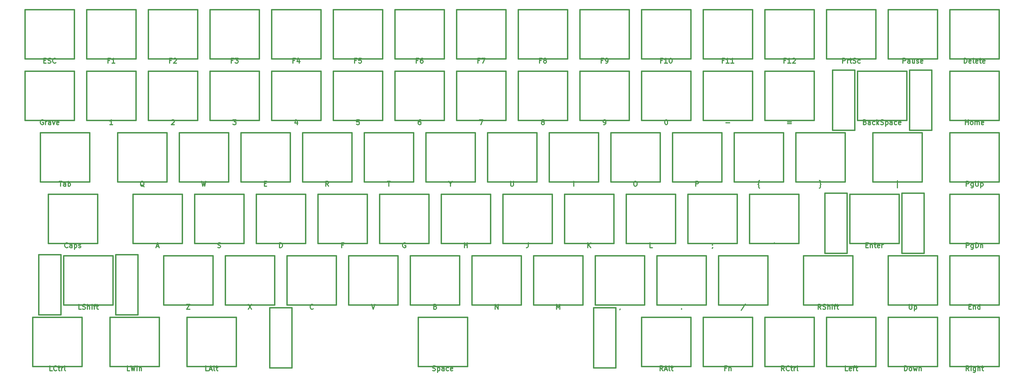
<source format=gbr>
G04 #@! TF.FileFunction,Legend,Top*
%FSLAX46Y46*%
G04 Gerber Fmt 4.6, Leading zero omitted, Abs format (unit mm)*
G04 Created by KiCad (PCBNEW 4.0.1-stable) date 2/13/2016 10:11:50 PM*
%MOMM*%
G01*
G04 APERTURE LIST*
%ADD10C,0.100000*%
%ADD11C,0.381000*%
%ADD12C,0.304800*%
G04 APERTURE END LIST*
D10*
D11*
X7620000Y-7620000D02*
X-7620000Y-7620000D01*
X-7620000Y-7620000D02*
X-7620000Y7620000D01*
X-7620000Y7620000D02*
X7620000Y7620000D01*
X7620000Y7620000D02*
X7620000Y-7620000D01*
X26670000Y-7620000D02*
X11430000Y-7620000D01*
X11430000Y-7620000D02*
X11430000Y7620000D01*
X11430000Y7620000D02*
X26670000Y7620000D01*
X26670000Y7620000D02*
X26670000Y-7620000D01*
X45720000Y-7620000D02*
X30480000Y-7620000D01*
X30480000Y-7620000D02*
X30480000Y7620000D01*
X30480000Y7620000D02*
X45720000Y7620000D01*
X45720000Y7620000D02*
X45720000Y-7620000D01*
X64770000Y-7620000D02*
X49530000Y-7620000D01*
X49530000Y-7620000D02*
X49530000Y7620000D01*
X49530000Y7620000D02*
X64770000Y7620000D01*
X64770000Y7620000D02*
X64770000Y-7620000D01*
X83820000Y-7620000D02*
X68580000Y-7620000D01*
X68580000Y-7620000D02*
X68580000Y7620000D01*
X68580000Y7620000D02*
X83820000Y7620000D01*
X83820000Y7620000D02*
X83820000Y-7620000D01*
X102870000Y-7620000D02*
X87630000Y-7620000D01*
X87630000Y-7620000D02*
X87630000Y7620000D01*
X87630000Y7620000D02*
X102870000Y7620000D01*
X102870000Y7620000D02*
X102870000Y-7620000D01*
X121920000Y-7620000D02*
X106680000Y-7620000D01*
X106680000Y-7620000D02*
X106680000Y7620000D01*
X106680000Y7620000D02*
X121920000Y7620000D01*
X121920000Y7620000D02*
X121920000Y-7620000D01*
X140970000Y-7620000D02*
X125730000Y-7620000D01*
X125730000Y-7620000D02*
X125730000Y7620000D01*
X125730000Y7620000D02*
X140970000Y7620000D01*
X140970000Y7620000D02*
X140970000Y-7620000D01*
X160020000Y-7620000D02*
X144780000Y-7620000D01*
X144780000Y-7620000D02*
X144780000Y7620000D01*
X144780000Y7620000D02*
X160020000Y7620000D01*
X160020000Y7620000D02*
X160020000Y-7620000D01*
X179070000Y-7620000D02*
X163830000Y-7620000D01*
X163830000Y-7620000D02*
X163830000Y7620000D01*
X163830000Y7620000D02*
X179070000Y7620000D01*
X179070000Y7620000D02*
X179070000Y-7620000D01*
X198120000Y-7620000D02*
X182880000Y-7620000D01*
X182880000Y-7620000D02*
X182880000Y7620000D01*
X182880000Y7620000D02*
X198120000Y7620000D01*
X198120000Y7620000D02*
X198120000Y-7620000D01*
X217170000Y-7620000D02*
X201930000Y-7620000D01*
X201930000Y-7620000D02*
X201930000Y7620000D01*
X201930000Y7620000D02*
X217170000Y7620000D01*
X217170000Y7620000D02*
X217170000Y-7620000D01*
X236220000Y-7620000D02*
X220980000Y-7620000D01*
X220980000Y-7620000D02*
X220980000Y7620000D01*
X220980000Y7620000D02*
X236220000Y7620000D01*
X236220000Y7620000D02*
X236220000Y-7620000D01*
X255270000Y-7620000D02*
X240030000Y-7620000D01*
X240030000Y-7620000D02*
X240030000Y7620000D01*
X240030000Y7620000D02*
X255270000Y7620000D01*
X255270000Y7620000D02*
X255270000Y-7620000D01*
X274320000Y-7620000D02*
X259080000Y-7620000D01*
X259080000Y-7620000D02*
X259080000Y7620000D01*
X259080000Y7620000D02*
X274320000Y7620000D01*
X274320000Y7620000D02*
X274320000Y-7620000D01*
X293370000Y-7620000D02*
X278130000Y-7620000D01*
X278130000Y-7620000D02*
X278130000Y7620000D01*
X278130000Y7620000D02*
X293370000Y7620000D01*
X293370000Y7620000D02*
X293370000Y-7620000D01*
X7620000Y-26670000D02*
X-7620000Y-26670000D01*
X-7620000Y-26670000D02*
X-7620000Y-11430000D01*
X-7620000Y-11430000D02*
X7620000Y-11430000D01*
X7620000Y-11430000D02*
X7620000Y-26670000D01*
X26670000Y-26670000D02*
X11430000Y-26670000D01*
X11430000Y-26670000D02*
X11430000Y-11430000D01*
X11430000Y-11430000D02*
X26670000Y-11430000D01*
X26670000Y-11430000D02*
X26670000Y-26670000D01*
X45720000Y-26670000D02*
X30480000Y-26670000D01*
X30480000Y-26670000D02*
X30480000Y-11430000D01*
X30480000Y-11430000D02*
X45720000Y-11430000D01*
X45720000Y-11430000D02*
X45720000Y-26670000D01*
X64770000Y-26670000D02*
X49530000Y-26670000D01*
X49530000Y-26670000D02*
X49530000Y-11430000D01*
X49530000Y-11430000D02*
X64770000Y-11430000D01*
X64770000Y-11430000D02*
X64770000Y-26670000D01*
X83820000Y-26670000D02*
X68580000Y-26670000D01*
X68580000Y-26670000D02*
X68580000Y-11430000D01*
X68580000Y-11430000D02*
X83820000Y-11430000D01*
X83820000Y-11430000D02*
X83820000Y-26670000D01*
X102870000Y-26670000D02*
X87630000Y-26670000D01*
X87630000Y-26670000D02*
X87630000Y-11430000D01*
X87630000Y-11430000D02*
X102870000Y-11430000D01*
X102870000Y-11430000D02*
X102870000Y-26670000D01*
X121920000Y-26670000D02*
X106680000Y-26670000D01*
X106680000Y-26670000D02*
X106680000Y-11430000D01*
X106680000Y-11430000D02*
X121920000Y-11430000D01*
X121920000Y-11430000D02*
X121920000Y-26670000D01*
X140970000Y-26670000D02*
X125730000Y-26670000D01*
X125730000Y-26670000D02*
X125730000Y-11430000D01*
X125730000Y-11430000D02*
X140970000Y-11430000D01*
X140970000Y-11430000D02*
X140970000Y-26670000D01*
X160020000Y-26670000D02*
X144780000Y-26670000D01*
X144780000Y-26670000D02*
X144780000Y-11430000D01*
X144780000Y-11430000D02*
X160020000Y-11430000D01*
X160020000Y-11430000D02*
X160020000Y-26670000D01*
X179070000Y-26670000D02*
X163830000Y-26670000D01*
X163830000Y-26670000D02*
X163830000Y-11430000D01*
X163830000Y-11430000D02*
X179070000Y-11430000D01*
X179070000Y-11430000D02*
X179070000Y-26670000D01*
X198120000Y-26670000D02*
X182880000Y-26670000D01*
X182880000Y-26670000D02*
X182880000Y-11430000D01*
X182880000Y-11430000D02*
X198120000Y-11430000D01*
X198120000Y-11430000D02*
X198120000Y-26670000D01*
X217170000Y-26670000D02*
X201930000Y-26670000D01*
X201930000Y-26670000D02*
X201930000Y-11430000D01*
X201930000Y-11430000D02*
X217170000Y-11430000D01*
X217170000Y-11430000D02*
X217170000Y-26670000D01*
X236220000Y-26670000D02*
X220980000Y-26670000D01*
X220980000Y-26670000D02*
X220980000Y-11430000D01*
X220980000Y-11430000D02*
X236220000Y-11430000D01*
X236220000Y-11430000D02*
X236220000Y-26670000D01*
X264795000Y-26670000D02*
X249555000Y-26670000D01*
X249555000Y-26670000D02*
X249555000Y-11430000D01*
X249555000Y-11430000D02*
X264795000Y-11430000D01*
X264795000Y-11430000D02*
X264795000Y-26670000D01*
X293370000Y-26670000D02*
X278130000Y-26670000D01*
X278130000Y-26670000D02*
X278130000Y-11430000D01*
X278130000Y-11430000D02*
X293370000Y-11430000D01*
X293370000Y-11430000D02*
X293370000Y-26670000D01*
X12382500Y-45720000D02*
X-2857500Y-45720000D01*
X-2857500Y-45720000D02*
X-2857500Y-30480000D01*
X-2857500Y-30480000D02*
X12382500Y-30480000D01*
X12382500Y-30480000D02*
X12382500Y-45720000D01*
X36195000Y-45720000D02*
X20955000Y-45720000D01*
X20955000Y-45720000D02*
X20955000Y-30480000D01*
X20955000Y-30480000D02*
X36195000Y-30480000D01*
X36195000Y-30480000D02*
X36195000Y-45720000D01*
X55245000Y-45720000D02*
X40005000Y-45720000D01*
X40005000Y-45720000D02*
X40005000Y-30480000D01*
X40005000Y-30480000D02*
X55245000Y-30480000D01*
X55245000Y-30480000D02*
X55245000Y-45720000D01*
X74295000Y-45720000D02*
X59055000Y-45720000D01*
X59055000Y-45720000D02*
X59055000Y-30480000D01*
X59055000Y-30480000D02*
X74295000Y-30480000D01*
X74295000Y-30480000D02*
X74295000Y-45720000D01*
X93345000Y-45720000D02*
X78105000Y-45720000D01*
X78105000Y-45720000D02*
X78105000Y-30480000D01*
X78105000Y-30480000D02*
X93345000Y-30480000D01*
X93345000Y-30480000D02*
X93345000Y-45720000D01*
X112395000Y-45720000D02*
X97155000Y-45720000D01*
X97155000Y-45720000D02*
X97155000Y-30480000D01*
X97155000Y-30480000D02*
X112395000Y-30480000D01*
X112395000Y-30480000D02*
X112395000Y-45720000D01*
X131445000Y-45720000D02*
X116205000Y-45720000D01*
X116205000Y-45720000D02*
X116205000Y-30480000D01*
X116205000Y-30480000D02*
X131445000Y-30480000D01*
X131445000Y-30480000D02*
X131445000Y-45720000D01*
X150495000Y-45720000D02*
X135255000Y-45720000D01*
X135255000Y-45720000D02*
X135255000Y-30480000D01*
X135255000Y-30480000D02*
X150495000Y-30480000D01*
X150495000Y-30480000D02*
X150495000Y-45720000D01*
X169545000Y-45720000D02*
X154305000Y-45720000D01*
X154305000Y-45720000D02*
X154305000Y-30480000D01*
X154305000Y-30480000D02*
X169545000Y-30480000D01*
X169545000Y-30480000D02*
X169545000Y-45720000D01*
X188595000Y-45720000D02*
X173355000Y-45720000D01*
X173355000Y-45720000D02*
X173355000Y-30480000D01*
X173355000Y-30480000D02*
X188595000Y-30480000D01*
X188595000Y-30480000D02*
X188595000Y-45720000D01*
X207645000Y-45720000D02*
X192405000Y-45720000D01*
X192405000Y-45720000D02*
X192405000Y-30480000D01*
X192405000Y-30480000D02*
X207645000Y-30480000D01*
X207645000Y-30480000D02*
X207645000Y-45720000D01*
X226695000Y-45720000D02*
X211455000Y-45720000D01*
X211455000Y-45720000D02*
X211455000Y-30480000D01*
X211455000Y-30480000D02*
X226695000Y-30480000D01*
X226695000Y-30480000D02*
X226695000Y-45720000D01*
X245745000Y-45720000D02*
X230505000Y-45720000D01*
X230505000Y-45720000D02*
X230505000Y-30480000D01*
X230505000Y-30480000D02*
X245745000Y-30480000D01*
X245745000Y-30480000D02*
X245745000Y-45720000D01*
X269557500Y-45720000D02*
X254317500Y-45720000D01*
X254317500Y-45720000D02*
X254317500Y-30480000D01*
X254317500Y-30480000D02*
X269557500Y-30480000D01*
X269557500Y-30480000D02*
X269557500Y-45720000D01*
X293370000Y-45720000D02*
X278130000Y-45720000D01*
X278130000Y-45720000D02*
X278130000Y-30480000D01*
X278130000Y-30480000D02*
X293370000Y-30480000D01*
X293370000Y-30480000D02*
X293370000Y-45720000D01*
X14765020Y-64770000D02*
X-474980Y-64770000D01*
X-474980Y-64770000D02*
X-474980Y-49530000D01*
X-474980Y-49530000D02*
X14765020Y-49530000D01*
X14765020Y-49530000D02*
X14765020Y-64770000D01*
X40957500Y-64770000D02*
X25717500Y-64770000D01*
X25717500Y-64770000D02*
X25717500Y-49530000D01*
X25717500Y-49530000D02*
X40957500Y-49530000D01*
X40957500Y-49530000D02*
X40957500Y-64770000D01*
X60007500Y-64770000D02*
X44767500Y-64770000D01*
X44767500Y-64770000D02*
X44767500Y-49530000D01*
X44767500Y-49530000D02*
X60007500Y-49530000D01*
X60007500Y-49530000D02*
X60007500Y-64770000D01*
X79057500Y-64770000D02*
X63817500Y-64770000D01*
X63817500Y-64770000D02*
X63817500Y-49530000D01*
X63817500Y-49530000D02*
X79057500Y-49530000D01*
X79057500Y-49530000D02*
X79057500Y-64770000D01*
X98107500Y-64770000D02*
X82867500Y-64770000D01*
X82867500Y-64770000D02*
X82867500Y-49530000D01*
X82867500Y-49530000D02*
X98107500Y-49530000D01*
X98107500Y-49530000D02*
X98107500Y-64770000D01*
X117157500Y-64770000D02*
X101917500Y-64770000D01*
X101917500Y-64770000D02*
X101917500Y-49530000D01*
X101917500Y-49530000D02*
X117157500Y-49530000D01*
X117157500Y-49530000D02*
X117157500Y-64770000D01*
X136207500Y-64770000D02*
X120967500Y-64770000D01*
X120967500Y-64770000D02*
X120967500Y-49530000D01*
X120967500Y-49530000D02*
X136207500Y-49530000D01*
X136207500Y-49530000D02*
X136207500Y-64770000D01*
X155257500Y-64770000D02*
X140017500Y-64770000D01*
X140017500Y-64770000D02*
X140017500Y-49530000D01*
X140017500Y-49530000D02*
X155257500Y-49530000D01*
X155257500Y-49530000D02*
X155257500Y-64770000D01*
X174307500Y-64770000D02*
X159067500Y-64770000D01*
X159067500Y-64770000D02*
X159067500Y-49530000D01*
X159067500Y-49530000D02*
X174307500Y-49530000D01*
X174307500Y-49530000D02*
X174307500Y-64770000D01*
X193357500Y-64770000D02*
X178117500Y-64770000D01*
X178117500Y-64770000D02*
X178117500Y-49530000D01*
X178117500Y-49530000D02*
X193357500Y-49530000D01*
X193357500Y-49530000D02*
X193357500Y-64770000D01*
X212407500Y-64770000D02*
X197167500Y-64770000D01*
X197167500Y-64770000D02*
X197167500Y-49530000D01*
X197167500Y-49530000D02*
X212407500Y-49530000D01*
X212407500Y-49530000D02*
X212407500Y-64770000D01*
X231457500Y-64770000D02*
X216217500Y-64770000D01*
X216217500Y-64770000D02*
X216217500Y-49530000D01*
X216217500Y-49530000D02*
X231457500Y-49530000D01*
X231457500Y-49530000D02*
X231457500Y-64770000D01*
X262415020Y-64770000D02*
X247175020Y-64770000D01*
X247175020Y-64770000D02*
X247175020Y-49530000D01*
X247175020Y-49530000D02*
X262415020Y-49530000D01*
X262415020Y-49530000D02*
X262415020Y-64770000D01*
X293370000Y-64770000D02*
X278130000Y-64770000D01*
X278130000Y-64770000D02*
X278130000Y-49530000D01*
X278130000Y-49530000D02*
X293370000Y-49530000D01*
X293370000Y-49530000D02*
X293370000Y-64770000D01*
X19526250Y-83820000D02*
X4286250Y-83820000D01*
X4286250Y-83820000D02*
X4286250Y-68580000D01*
X4286250Y-68580000D02*
X19526250Y-68580000D01*
X19526250Y-68580000D02*
X19526250Y-83820000D01*
X50482500Y-83820000D02*
X35242500Y-83820000D01*
X35242500Y-83820000D02*
X35242500Y-68580000D01*
X35242500Y-68580000D02*
X50482500Y-68580000D01*
X50482500Y-68580000D02*
X50482500Y-83820000D01*
X69532500Y-83820000D02*
X54292500Y-83820000D01*
X54292500Y-83820000D02*
X54292500Y-68580000D01*
X54292500Y-68580000D02*
X69532500Y-68580000D01*
X69532500Y-68580000D02*
X69532500Y-83820000D01*
X88582500Y-83820000D02*
X73342500Y-83820000D01*
X73342500Y-83820000D02*
X73342500Y-68580000D01*
X73342500Y-68580000D02*
X88582500Y-68580000D01*
X88582500Y-68580000D02*
X88582500Y-83820000D01*
X107632500Y-83820000D02*
X92392500Y-83820000D01*
X92392500Y-83820000D02*
X92392500Y-68580000D01*
X92392500Y-68580000D02*
X107632500Y-68580000D01*
X107632500Y-68580000D02*
X107632500Y-83820000D01*
X126682500Y-83820000D02*
X111442500Y-83820000D01*
X111442500Y-83820000D02*
X111442500Y-68580000D01*
X111442500Y-68580000D02*
X126682500Y-68580000D01*
X126682500Y-68580000D02*
X126682500Y-83820000D01*
X145732500Y-83820000D02*
X130492500Y-83820000D01*
X130492500Y-83820000D02*
X130492500Y-68580000D01*
X130492500Y-68580000D02*
X145732500Y-68580000D01*
X145732500Y-68580000D02*
X145732500Y-83820000D01*
X164782500Y-83820000D02*
X149542500Y-83820000D01*
X149542500Y-83820000D02*
X149542500Y-68580000D01*
X149542500Y-68580000D02*
X164782500Y-68580000D01*
X164782500Y-68580000D02*
X164782500Y-83820000D01*
X183832500Y-83820000D02*
X168592500Y-83820000D01*
X168592500Y-83820000D02*
X168592500Y-68580000D01*
X168592500Y-68580000D02*
X183832500Y-68580000D01*
X183832500Y-68580000D02*
X183832500Y-83820000D01*
X202882500Y-83820000D02*
X187642500Y-83820000D01*
X187642500Y-83820000D02*
X187642500Y-68580000D01*
X187642500Y-68580000D02*
X202882500Y-68580000D01*
X202882500Y-68580000D02*
X202882500Y-83820000D01*
X221932500Y-83820000D02*
X206692500Y-83820000D01*
X206692500Y-83820000D02*
X206692500Y-68580000D01*
X206692500Y-68580000D02*
X221932500Y-68580000D01*
X221932500Y-68580000D02*
X221932500Y-83820000D01*
X248126250Y-83820000D02*
X232886250Y-83820000D01*
X232886250Y-83820000D02*
X232886250Y-68580000D01*
X232886250Y-68580000D02*
X248126250Y-68580000D01*
X248126250Y-68580000D02*
X248126250Y-83820000D01*
X274320000Y-83820000D02*
X259080000Y-83820000D01*
X259080000Y-83820000D02*
X259080000Y-68580000D01*
X259080000Y-68580000D02*
X274320000Y-68580000D01*
X274320000Y-68580000D02*
X274320000Y-83820000D01*
X293370000Y-83820000D02*
X278130000Y-83820000D01*
X278130000Y-83820000D02*
X278130000Y-68580000D01*
X278130000Y-68580000D02*
X293370000Y-68580000D01*
X293370000Y-68580000D02*
X293370000Y-83820000D01*
X10002520Y-102870000D02*
X-5237480Y-102870000D01*
X-5237480Y-102870000D02*
X-5237480Y-87630000D01*
X-5237480Y-87630000D02*
X10002520Y-87630000D01*
X10002520Y-87630000D02*
X10002520Y-102870000D01*
X33815020Y-102870000D02*
X18575020Y-102870000D01*
X18575020Y-102870000D02*
X18575020Y-87630000D01*
X18575020Y-87630000D02*
X33815020Y-87630000D01*
X33815020Y-87630000D02*
X33815020Y-102870000D01*
X57627520Y-102870000D02*
X42387520Y-102870000D01*
X42387520Y-102870000D02*
X42387520Y-87630000D01*
X42387520Y-87630000D02*
X57627520Y-87630000D01*
X57627520Y-87630000D02*
X57627520Y-102870000D01*
X129065020Y-102870000D02*
X113825020Y-102870000D01*
X113825020Y-102870000D02*
X113825020Y-87630000D01*
X113825020Y-87630000D02*
X129065020Y-87630000D01*
X129065020Y-87630000D02*
X129065020Y-102870000D01*
X198120000Y-102870000D02*
X182880000Y-102870000D01*
X182880000Y-102870000D02*
X182880000Y-87630000D01*
X182880000Y-87630000D02*
X198120000Y-87630000D01*
X198120000Y-87630000D02*
X198120000Y-102870000D01*
X217170000Y-102870000D02*
X201930000Y-102870000D01*
X201930000Y-102870000D02*
X201930000Y-87630000D01*
X201930000Y-87630000D02*
X217170000Y-87630000D01*
X217170000Y-87630000D02*
X217170000Y-102870000D01*
X236220000Y-102870000D02*
X220980000Y-102870000D01*
X220980000Y-102870000D02*
X220980000Y-87630000D01*
X220980000Y-87630000D02*
X236220000Y-87630000D01*
X236220000Y-87630000D02*
X236220000Y-102870000D01*
X255270000Y-102870000D02*
X240030000Y-102870000D01*
X240030000Y-102870000D02*
X240030000Y-87630000D01*
X240030000Y-87630000D02*
X255270000Y-87630000D01*
X255270000Y-87630000D02*
X255270000Y-102870000D01*
X274320000Y-102870000D02*
X259080000Y-102870000D01*
X259080000Y-102870000D02*
X259080000Y-87630000D01*
X259080000Y-87630000D02*
X274320000Y-87630000D01*
X274320000Y-87630000D02*
X274320000Y-102870000D01*
X293370000Y-102870000D02*
X278130000Y-102870000D01*
X278130000Y-102870000D02*
X278130000Y-87630000D01*
X278130000Y-87630000D02*
X293370000Y-87630000D01*
X293370000Y-87630000D02*
X293370000Y-102870000D01*
X248699020Y-29718000D02*
X248699020Y-11049000D01*
X248699020Y-11049000D02*
X241841020Y-11049000D01*
X241841020Y-11049000D02*
X241841020Y-29718000D01*
X241841020Y-29718000D02*
X248699020Y-29718000D01*
X272511520Y-29718000D02*
X272511520Y-11049000D01*
X272511520Y-11049000D02*
X265653520Y-11049000D01*
X265653520Y-11049000D02*
X265653520Y-29718000D01*
X265653520Y-29718000D02*
X272511520Y-29718000D01*
X246317770Y-67818000D02*
X246317770Y-49149000D01*
X246317770Y-49149000D02*
X239459770Y-49149000D01*
X239459770Y-49149000D02*
X239459770Y-67818000D01*
X239459770Y-67818000D02*
X246317770Y-67818000D01*
X270130270Y-67818000D02*
X270130270Y-49149000D01*
X270130270Y-49149000D02*
X263272270Y-49149000D01*
X263272270Y-49149000D02*
X263272270Y-67818000D01*
X263272270Y-67818000D02*
X270130270Y-67818000D01*
X3429000Y-86868000D02*
X3429000Y-68199000D01*
X3429000Y-68199000D02*
X-3429000Y-68199000D01*
X-3429000Y-68199000D02*
X-3429000Y-86868000D01*
X-3429000Y-86868000D02*
X3429000Y-86868000D01*
X27241500Y-86868000D02*
X27241500Y-68199000D01*
X27241500Y-68199000D02*
X20383500Y-68199000D01*
X20383500Y-68199000D02*
X20383500Y-86868000D01*
X20383500Y-86868000D02*
X27241500Y-86868000D01*
X67978020Y-84614258D02*
X67978020Y-103283258D01*
X67978020Y-103283258D02*
X74836020Y-103283258D01*
X74836020Y-103283258D02*
X74836020Y-84614258D01*
X74836020Y-84614258D02*
X67978020Y-84614258D01*
X168054020Y-84614258D02*
X168054020Y-103283258D01*
X168054020Y-103283258D02*
X174912020Y-103283258D01*
X174912020Y-103283258D02*
X174912020Y-84614258D01*
X174912020Y-84614258D02*
X168054020Y-84614258D01*
D12*
X-1814286Y-8146143D02*
X-1306286Y-8146143D01*
X-1088572Y-8944429D02*
X-1814286Y-8944429D01*
X-1814286Y-7420429D01*
X-1088572Y-7420429D01*
X-508000Y-8871857D02*
X-290286Y-8944429D01*
X72571Y-8944429D01*
X217714Y-8871857D01*
X290285Y-8799286D01*
X362857Y-8654143D01*
X362857Y-8509000D01*
X290285Y-8363857D01*
X217714Y-8291286D01*
X72571Y-8218714D01*
X-217715Y-8146143D01*
X-362857Y-8073571D01*
X-435429Y-8001000D01*
X-508000Y-7855857D01*
X-508000Y-7710714D01*
X-435429Y-7565571D01*
X-362857Y-7493000D01*
X-217715Y-7420429D01*
X145143Y-7420429D01*
X362857Y-7493000D01*
X1886857Y-8799286D02*
X1814286Y-8871857D01*
X1596572Y-8944429D01*
X1451429Y-8944429D01*
X1233714Y-8871857D01*
X1088572Y-8726714D01*
X1016000Y-8581571D01*
X943429Y-8291286D01*
X943429Y-8073571D01*
X1016000Y-7783286D01*
X1088572Y-7638143D01*
X1233714Y-7493000D01*
X1451429Y-7420429D01*
X1596572Y-7420429D01*
X1814286Y-7493000D01*
X1886857Y-7565571D01*
X18542000Y-8146143D02*
X18034000Y-8146143D01*
X18034000Y-8944429D02*
X18034000Y-7420429D01*
X18759714Y-7420429D01*
X20138572Y-8944429D02*
X19267715Y-8944429D01*
X19703143Y-8944429D02*
X19703143Y-7420429D01*
X19558000Y-7638143D01*
X19412858Y-7783286D01*
X19267715Y-7855857D01*
X37592000Y-8146143D02*
X37084000Y-8146143D01*
X37084000Y-8944429D02*
X37084000Y-7420429D01*
X37809714Y-7420429D01*
X38317715Y-7565571D02*
X38390286Y-7493000D01*
X38535429Y-7420429D01*
X38898286Y-7420429D01*
X39043429Y-7493000D01*
X39116000Y-7565571D01*
X39188572Y-7710714D01*
X39188572Y-7855857D01*
X39116000Y-8073571D01*
X38245143Y-8944429D01*
X39188572Y-8944429D01*
X56642000Y-8146143D02*
X56134000Y-8146143D01*
X56134000Y-8944429D02*
X56134000Y-7420429D01*
X56859714Y-7420429D01*
X57295143Y-7420429D02*
X58238572Y-7420429D01*
X57730572Y-8001000D01*
X57948286Y-8001000D01*
X58093429Y-8073571D01*
X58166000Y-8146143D01*
X58238572Y-8291286D01*
X58238572Y-8654143D01*
X58166000Y-8799286D01*
X58093429Y-8871857D01*
X57948286Y-8944429D01*
X57512858Y-8944429D01*
X57367715Y-8871857D01*
X57295143Y-8799286D01*
X75692000Y-8146143D02*
X75184000Y-8146143D01*
X75184000Y-8944429D02*
X75184000Y-7420429D01*
X75909714Y-7420429D01*
X77143429Y-7928429D02*
X77143429Y-8944429D01*
X76780572Y-7347857D02*
X76417715Y-8436429D01*
X77361143Y-8436429D01*
X94742000Y-8146143D02*
X94234000Y-8146143D01*
X94234000Y-8944429D02*
X94234000Y-7420429D01*
X94959714Y-7420429D01*
X96266000Y-7420429D02*
X95540286Y-7420429D01*
X95467715Y-8146143D01*
X95540286Y-8073571D01*
X95685429Y-8001000D01*
X96048286Y-8001000D01*
X96193429Y-8073571D01*
X96266000Y-8146143D01*
X96338572Y-8291286D01*
X96338572Y-8654143D01*
X96266000Y-8799286D01*
X96193429Y-8871857D01*
X96048286Y-8944429D01*
X95685429Y-8944429D01*
X95540286Y-8871857D01*
X95467715Y-8799286D01*
X113792000Y-8146143D02*
X113284000Y-8146143D01*
X113284000Y-8944429D02*
X113284000Y-7420429D01*
X114009714Y-7420429D01*
X115243429Y-7420429D02*
X114953143Y-7420429D01*
X114808000Y-7493000D01*
X114735429Y-7565571D01*
X114590286Y-7783286D01*
X114517715Y-8073571D01*
X114517715Y-8654143D01*
X114590286Y-8799286D01*
X114662858Y-8871857D01*
X114808000Y-8944429D01*
X115098286Y-8944429D01*
X115243429Y-8871857D01*
X115316000Y-8799286D01*
X115388572Y-8654143D01*
X115388572Y-8291286D01*
X115316000Y-8146143D01*
X115243429Y-8073571D01*
X115098286Y-8001000D01*
X114808000Y-8001000D01*
X114662858Y-8073571D01*
X114590286Y-8146143D01*
X114517715Y-8291286D01*
X132842000Y-8146143D02*
X132334000Y-8146143D01*
X132334000Y-8944429D02*
X132334000Y-7420429D01*
X133059714Y-7420429D01*
X133495143Y-7420429D02*
X134511143Y-7420429D01*
X133858000Y-8944429D01*
X151892000Y-8146143D02*
X151384000Y-8146143D01*
X151384000Y-8944429D02*
X151384000Y-7420429D01*
X152109714Y-7420429D01*
X152908000Y-8073571D02*
X152762858Y-8001000D01*
X152690286Y-7928429D01*
X152617715Y-7783286D01*
X152617715Y-7710714D01*
X152690286Y-7565571D01*
X152762858Y-7493000D01*
X152908000Y-7420429D01*
X153198286Y-7420429D01*
X153343429Y-7493000D01*
X153416000Y-7565571D01*
X153488572Y-7710714D01*
X153488572Y-7783286D01*
X153416000Y-7928429D01*
X153343429Y-8001000D01*
X153198286Y-8073571D01*
X152908000Y-8073571D01*
X152762858Y-8146143D01*
X152690286Y-8218714D01*
X152617715Y-8363857D01*
X152617715Y-8654143D01*
X152690286Y-8799286D01*
X152762858Y-8871857D01*
X152908000Y-8944429D01*
X153198286Y-8944429D01*
X153343429Y-8871857D01*
X153416000Y-8799286D01*
X153488572Y-8654143D01*
X153488572Y-8363857D01*
X153416000Y-8218714D01*
X153343429Y-8146143D01*
X153198286Y-8073571D01*
X170942000Y-8146143D02*
X170434000Y-8146143D01*
X170434000Y-8944429D02*
X170434000Y-7420429D01*
X171159714Y-7420429D01*
X171812858Y-8944429D02*
X172103143Y-8944429D01*
X172248286Y-8871857D01*
X172320858Y-8799286D01*
X172466000Y-8581571D01*
X172538572Y-8291286D01*
X172538572Y-7710714D01*
X172466000Y-7565571D01*
X172393429Y-7493000D01*
X172248286Y-7420429D01*
X171958000Y-7420429D01*
X171812858Y-7493000D01*
X171740286Y-7565571D01*
X171667715Y-7710714D01*
X171667715Y-8073571D01*
X171740286Y-8218714D01*
X171812858Y-8291286D01*
X171958000Y-8363857D01*
X172248286Y-8363857D01*
X172393429Y-8291286D01*
X172466000Y-8218714D01*
X172538572Y-8073571D01*
X189266285Y-8146143D02*
X188758285Y-8146143D01*
X188758285Y-8944429D02*
X188758285Y-7420429D01*
X189483999Y-7420429D01*
X190862857Y-8944429D02*
X189992000Y-8944429D01*
X190427428Y-8944429D02*
X190427428Y-7420429D01*
X190282285Y-7638143D01*
X190137143Y-7783286D01*
X189992000Y-7855857D01*
X191806286Y-7420429D02*
X191951429Y-7420429D01*
X192096572Y-7493000D01*
X192169143Y-7565571D01*
X192241714Y-7710714D01*
X192314286Y-8001000D01*
X192314286Y-8363857D01*
X192241714Y-8654143D01*
X192169143Y-8799286D01*
X192096572Y-8871857D01*
X191951429Y-8944429D01*
X191806286Y-8944429D01*
X191661143Y-8871857D01*
X191588572Y-8799286D01*
X191516000Y-8654143D01*
X191443429Y-8363857D01*
X191443429Y-8001000D01*
X191516000Y-7710714D01*
X191588572Y-7565571D01*
X191661143Y-7493000D01*
X191806286Y-7420429D01*
X208316285Y-8146143D02*
X207808285Y-8146143D01*
X207808285Y-8944429D02*
X207808285Y-7420429D01*
X208533999Y-7420429D01*
X209912857Y-8944429D02*
X209042000Y-8944429D01*
X209477428Y-8944429D02*
X209477428Y-7420429D01*
X209332285Y-7638143D01*
X209187143Y-7783286D01*
X209042000Y-7855857D01*
X211364286Y-8944429D02*
X210493429Y-8944429D01*
X210928857Y-8944429D02*
X210928857Y-7420429D01*
X210783714Y-7638143D01*
X210638572Y-7783286D01*
X210493429Y-7855857D01*
X227366285Y-8146143D02*
X226858285Y-8146143D01*
X226858285Y-8944429D02*
X226858285Y-7420429D01*
X227583999Y-7420429D01*
X228962857Y-8944429D02*
X228092000Y-8944429D01*
X228527428Y-8944429D02*
X228527428Y-7420429D01*
X228382285Y-7638143D01*
X228237143Y-7783286D01*
X228092000Y-7855857D01*
X229543429Y-7565571D02*
X229616000Y-7493000D01*
X229761143Y-7420429D01*
X230124000Y-7420429D01*
X230269143Y-7493000D01*
X230341714Y-7565571D01*
X230414286Y-7710714D01*
X230414286Y-7855857D01*
X230341714Y-8073571D01*
X229470857Y-8944429D01*
X230414286Y-8944429D01*
X244964857Y-8944429D02*
X244964857Y-7420429D01*
X245545429Y-7420429D01*
X245690571Y-7493000D01*
X245763143Y-7565571D01*
X245835714Y-7710714D01*
X245835714Y-7928429D01*
X245763143Y-8073571D01*
X245690571Y-8146143D01*
X245545429Y-8218714D01*
X244964857Y-8218714D01*
X246488857Y-8944429D02*
X246488857Y-7928429D01*
X246488857Y-8218714D02*
X246561429Y-8073571D01*
X246634000Y-8001000D01*
X246779143Y-7928429D01*
X246924286Y-7928429D01*
X247214572Y-7928429D02*
X247795143Y-7928429D01*
X247432286Y-7420429D02*
X247432286Y-8726714D01*
X247504858Y-8871857D01*
X247650000Y-8944429D01*
X247795143Y-8944429D01*
X248230572Y-8871857D02*
X248448286Y-8944429D01*
X248811143Y-8944429D01*
X248956286Y-8871857D01*
X249028857Y-8799286D01*
X249101429Y-8654143D01*
X249101429Y-8509000D01*
X249028857Y-8363857D01*
X248956286Y-8291286D01*
X248811143Y-8218714D01*
X248520857Y-8146143D01*
X248375715Y-8073571D01*
X248303143Y-8001000D01*
X248230572Y-7855857D01*
X248230572Y-7710714D01*
X248303143Y-7565571D01*
X248375715Y-7493000D01*
X248520857Y-7420429D01*
X248883715Y-7420429D01*
X249101429Y-7493000D01*
X250407715Y-8871857D02*
X250262572Y-8944429D01*
X249972286Y-8944429D01*
X249827144Y-8871857D01*
X249754572Y-8799286D01*
X249682001Y-8654143D01*
X249682001Y-8218714D01*
X249754572Y-8073571D01*
X249827144Y-8001000D01*
X249972286Y-7928429D01*
X250262572Y-7928429D01*
X250407715Y-8001000D01*
X263652000Y-8944429D02*
X263652000Y-7420429D01*
X264232572Y-7420429D01*
X264377714Y-7493000D01*
X264450286Y-7565571D01*
X264522857Y-7710714D01*
X264522857Y-7928429D01*
X264450286Y-8073571D01*
X264377714Y-8146143D01*
X264232572Y-8218714D01*
X263652000Y-8218714D01*
X265829143Y-8944429D02*
X265829143Y-8146143D01*
X265756572Y-8001000D01*
X265611429Y-7928429D01*
X265321143Y-7928429D01*
X265176000Y-8001000D01*
X265829143Y-8871857D02*
X265684000Y-8944429D01*
X265321143Y-8944429D01*
X265176000Y-8871857D01*
X265103429Y-8726714D01*
X265103429Y-8581571D01*
X265176000Y-8436429D01*
X265321143Y-8363857D01*
X265684000Y-8363857D01*
X265829143Y-8291286D01*
X267208000Y-7928429D02*
X267208000Y-8944429D01*
X266554857Y-7928429D02*
X266554857Y-8726714D01*
X266627429Y-8871857D01*
X266772571Y-8944429D01*
X266990286Y-8944429D01*
X267135429Y-8871857D01*
X267208000Y-8799286D01*
X267861143Y-8871857D02*
X268006286Y-8944429D01*
X268296571Y-8944429D01*
X268441714Y-8871857D01*
X268514286Y-8726714D01*
X268514286Y-8654143D01*
X268441714Y-8509000D01*
X268296571Y-8436429D01*
X268078857Y-8436429D01*
X267933714Y-8363857D01*
X267861143Y-8218714D01*
X267861143Y-8146143D01*
X267933714Y-8001000D01*
X268078857Y-7928429D01*
X268296571Y-7928429D01*
X268441714Y-8001000D01*
X269748000Y-8871857D02*
X269602857Y-8944429D01*
X269312571Y-8944429D01*
X269167428Y-8871857D01*
X269094857Y-8726714D01*
X269094857Y-8146143D01*
X269167428Y-8001000D01*
X269312571Y-7928429D01*
X269602857Y-7928429D01*
X269748000Y-8001000D01*
X269820571Y-8146143D01*
X269820571Y-8291286D01*
X269094857Y-8436429D01*
X282556857Y-8944429D02*
X282556857Y-7420429D01*
X282919714Y-7420429D01*
X283137429Y-7493000D01*
X283282571Y-7638143D01*
X283355143Y-7783286D01*
X283427714Y-8073571D01*
X283427714Y-8291286D01*
X283355143Y-8581571D01*
X283282571Y-8726714D01*
X283137429Y-8871857D01*
X282919714Y-8944429D01*
X282556857Y-8944429D01*
X284661429Y-8871857D02*
X284516286Y-8944429D01*
X284226000Y-8944429D01*
X284080857Y-8871857D01*
X284008286Y-8726714D01*
X284008286Y-8146143D01*
X284080857Y-8001000D01*
X284226000Y-7928429D01*
X284516286Y-7928429D01*
X284661429Y-8001000D01*
X284734000Y-8146143D01*
X284734000Y-8291286D01*
X284008286Y-8436429D01*
X285604857Y-8944429D02*
X285459715Y-8871857D01*
X285387143Y-8726714D01*
X285387143Y-7420429D01*
X286766001Y-8871857D02*
X286620858Y-8944429D01*
X286330572Y-8944429D01*
X286185429Y-8871857D01*
X286112858Y-8726714D01*
X286112858Y-8146143D01*
X286185429Y-8001000D01*
X286330572Y-7928429D01*
X286620858Y-7928429D01*
X286766001Y-8001000D01*
X286838572Y-8146143D01*
X286838572Y-8291286D01*
X286112858Y-8436429D01*
X287274001Y-7928429D02*
X287854572Y-7928429D01*
X287491715Y-7420429D02*
X287491715Y-8726714D01*
X287564287Y-8871857D01*
X287709429Y-8944429D01*
X287854572Y-8944429D01*
X288943144Y-8871857D02*
X288798001Y-8944429D01*
X288507715Y-8944429D01*
X288362572Y-8871857D01*
X288290001Y-8726714D01*
X288290001Y-8146143D01*
X288362572Y-8001000D01*
X288507715Y-7928429D01*
X288798001Y-7928429D01*
X288943144Y-8001000D01*
X289015715Y-8146143D01*
X289015715Y-8291286D01*
X288290001Y-8436429D01*
X-1995714Y-26543000D02*
X-2140857Y-26470429D01*
X-2358571Y-26470429D01*
X-2576286Y-26543000D01*
X-2721428Y-26688143D01*
X-2794000Y-26833286D01*
X-2866571Y-27123571D01*
X-2866571Y-27341286D01*
X-2794000Y-27631571D01*
X-2721428Y-27776714D01*
X-2576286Y-27921857D01*
X-2358571Y-27994429D01*
X-2213428Y-27994429D01*
X-1995714Y-27921857D01*
X-1923143Y-27849286D01*
X-1923143Y-27341286D01*
X-2213428Y-27341286D01*
X-1270000Y-27994429D02*
X-1270000Y-26978429D01*
X-1270000Y-27268714D02*
X-1197428Y-27123571D01*
X-1124857Y-27051000D01*
X-979714Y-26978429D01*
X-834571Y-26978429D01*
X326572Y-27994429D02*
X326572Y-27196143D01*
X254001Y-27051000D01*
X108858Y-26978429D01*
X-181428Y-26978429D01*
X-326571Y-27051000D01*
X326572Y-27921857D02*
X181429Y-27994429D01*
X-181428Y-27994429D01*
X-326571Y-27921857D01*
X-399142Y-27776714D01*
X-399142Y-27631571D01*
X-326571Y-27486429D01*
X-181428Y-27413857D01*
X181429Y-27413857D01*
X326572Y-27341286D01*
X907143Y-26978429D02*
X1270000Y-27994429D01*
X1632858Y-26978429D01*
X2794001Y-27921857D02*
X2648858Y-27994429D01*
X2358572Y-27994429D01*
X2213429Y-27921857D01*
X2140858Y-27776714D01*
X2140858Y-27196143D01*
X2213429Y-27051000D01*
X2358572Y-26978429D01*
X2648858Y-26978429D01*
X2794001Y-27051000D01*
X2866572Y-27196143D01*
X2866572Y-27341286D01*
X2140858Y-27486429D01*
X19485429Y-27994429D02*
X18614572Y-27994429D01*
X19050000Y-27994429D02*
X19050000Y-26470429D01*
X18904857Y-26688143D01*
X18759715Y-26833286D01*
X18614572Y-26905857D01*
X37664572Y-26615571D02*
X37737143Y-26543000D01*
X37882286Y-26470429D01*
X38245143Y-26470429D01*
X38390286Y-26543000D01*
X38462857Y-26615571D01*
X38535429Y-26760714D01*
X38535429Y-26905857D01*
X38462857Y-27123571D01*
X37592000Y-27994429D01*
X38535429Y-27994429D01*
X56642000Y-26470429D02*
X57585429Y-26470429D01*
X57077429Y-27051000D01*
X57295143Y-27051000D01*
X57440286Y-27123571D01*
X57512857Y-27196143D01*
X57585429Y-27341286D01*
X57585429Y-27704143D01*
X57512857Y-27849286D01*
X57440286Y-27921857D01*
X57295143Y-27994429D01*
X56859715Y-27994429D01*
X56714572Y-27921857D01*
X56642000Y-27849286D01*
X76490286Y-26978429D02*
X76490286Y-27994429D01*
X76127429Y-26397857D02*
X75764572Y-27486429D01*
X76708000Y-27486429D01*
X95612857Y-26470429D02*
X94887143Y-26470429D01*
X94814572Y-27196143D01*
X94887143Y-27123571D01*
X95032286Y-27051000D01*
X95395143Y-27051000D01*
X95540286Y-27123571D01*
X95612857Y-27196143D01*
X95685429Y-27341286D01*
X95685429Y-27704143D01*
X95612857Y-27849286D01*
X95540286Y-27921857D01*
X95395143Y-27994429D01*
X95032286Y-27994429D01*
X94887143Y-27921857D01*
X94814572Y-27849286D01*
X114590286Y-26470429D02*
X114300000Y-26470429D01*
X114154857Y-26543000D01*
X114082286Y-26615571D01*
X113937143Y-26833286D01*
X113864572Y-27123571D01*
X113864572Y-27704143D01*
X113937143Y-27849286D01*
X114009715Y-27921857D01*
X114154857Y-27994429D01*
X114445143Y-27994429D01*
X114590286Y-27921857D01*
X114662857Y-27849286D01*
X114735429Y-27704143D01*
X114735429Y-27341286D01*
X114662857Y-27196143D01*
X114590286Y-27123571D01*
X114445143Y-27051000D01*
X114154857Y-27051000D01*
X114009715Y-27123571D01*
X113937143Y-27196143D01*
X113864572Y-27341286D01*
X132842000Y-26470429D02*
X133858000Y-26470429D01*
X133204857Y-27994429D01*
X152254857Y-27123571D02*
X152109715Y-27051000D01*
X152037143Y-26978429D01*
X151964572Y-26833286D01*
X151964572Y-26760714D01*
X152037143Y-26615571D01*
X152109715Y-26543000D01*
X152254857Y-26470429D01*
X152545143Y-26470429D01*
X152690286Y-26543000D01*
X152762857Y-26615571D01*
X152835429Y-26760714D01*
X152835429Y-26833286D01*
X152762857Y-26978429D01*
X152690286Y-27051000D01*
X152545143Y-27123571D01*
X152254857Y-27123571D01*
X152109715Y-27196143D01*
X152037143Y-27268714D01*
X151964572Y-27413857D01*
X151964572Y-27704143D01*
X152037143Y-27849286D01*
X152109715Y-27921857D01*
X152254857Y-27994429D01*
X152545143Y-27994429D01*
X152690286Y-27921857D01*
X152762857Y-27849286D01*
X152835429Y-27704143D01*
X152835429Y-27413857D01*
X152762857Y-27268714D01*
X152690286Y-27196143D01*
X152545143Y-27123571D01*
X171159715Y-27994429D02*
X171450000Y-27994429D01*
X171595143Y-27921857D01*
X171667715Y-27849286D01*
X171812857Y-27631571D01*
X171885429Y-27341286D01*
X171885429Y-26760714D01*
X171812857Y-26615571D01*
X171740286Y-26543000D01*
X171595143Y-26470429D01*
X171304857Y-26470429D01*
X171159715Y-26543000D01*
X171087143Y-26615571D01*
X171014572Y-26760714D01*
X171014572Y-27123571D01*
X171087143Y-27268714D01*
X171159715Y-27341286D01*
X171304857Y-27413857D01*
X171595143Y-27413857D01*
X171740286Y-27341286D01*
X171812857Y-27268714D01*
X171885429Y-27123571D01*
X190427429Y-26470429D02*
X190572572Y-26470429D01*
X190717715Y-26543000D01*
X190790286Y-26615571D01*
X190862857Y-26760714D01*
X190935429Y-27051000D01*
X190935429Y-27413857D01*
X190862857Y-27704143D01*
X190790286Y-27849286D01*
X190717715Y-27921857D01*
X190572572Y-27994429D01*
X190427429Y-27994429D01*
X190282286Y-27921857D01*
X190209715Y-27849286D01*
X190137143Y-27704143D01*
X190064572Y-27413857D01*
X190064572Y-27051000D01*
X190137143Y-26760714D01*
X190209715Y-26615571D01*
X190282286Y-26543000D01*
X190427429Y-26470429D01*
X208969429Y-27413857D02*
X210130572Y-27413857D01*
X228019429Y-27196143D02*
X229180572Y-27196143D01*
X229180572Y-27631571D02*
X228019429Y-27631571D01*
X251913571Y-27196143D02*
X252131285Y-27268714D01*
X252203857Y-27341286D01*
X252276428Y-27486429D01*
X252276428Y-27704143D01*
X252203857Y-27849286D01*
X252131285Y-27921857D01*
X251986143Y-27994429D01*
X251405571Y-27994429D01*
X251405571Y-26470429D01*
X251913571Y-26470429D01*
X252058714Y-26543000D01*
X252131285Y-26615571D01*
X252203857Y-26760714D01*
X252203857Y-26905857D01*
X252131285Y-27051000D01*
X252058714Y-27123571D01*
X251913571Y-27196143D01*
X251405571Y-27196143D01*
X253582714Y-27994429D02*
X253582714Y-27196143D01*
X253510143Y-27051000D01*
X253365000Y-26978429D01*
X253074714Y-26978429D01*
X252929571Y-27051000D01*
X253582714Y-27921857D02*
X253437571Y-27994429D01*
X253074714Y-27994429D01*
X252929571Y-27921857D01*
X252857000Y-27776714D01*
X252857000Y-27631571D01*
X252929571Y-27486429D01*
X253074714Y-27413857D01*
X253437571Y-27413857D01*
X253582714Y-27341286D01*
X254961571Y-27921857D02*
X254816428Y-27994429D01*
X254526142Y-27994429D01*
X254381000Y-27921857D01*
X254308428Y-27849286D01*
X254235857Y-27704143D01*
X254235857Y-27268714D01*
X254308428Y-27123571D01*
X254381000Y-27051000D01*
X254526142Y-26978429D01*
X254816428Y-26978429D01*
X254961571Y-27051000D01*
X255614714Y-27994429D02*
X255614714Y-26470429D01*
X255759857Y-27413857D02*
X256195286Y-27994429D01*
X256195286Y-26978429D02*
X255614714Y-27559000D01*
X256775857Y-27921857D02*
X256993571Y-27994429D01*
X257356428Y-27994429D01*
X257501571Y-27921857D01*
X257574142Y-27849286D01*
X257646714Y-27704143D01*
X257646714Y-27559000D01*
X257574142Y-27413857D01*
X257501571Y-27341286D01*
X257356428Y-27268714D01*
X257066142Y-27196143D01*
X256921000Y-27123571D01*
X256848428Y-27051000D01*
X256775857Y-26905857D01*
X256775857Y-26760714D01*
X256848428Y-26615571D01*
X256921000Y-26543000D01*
X257066142Y-26470429D01*
X257429000Y-26470429D01*
X257646714Y-26543000D01*
X258299857Y-26978429D02*
X258299857Y-28502429D01*
X258299857Y-27051000D02*
X258445000Y-26978429D01*
X258735286Y-26978429D01*
X258880429Y-27051000D01*
X258953000Y-27123571D01*
X259025571Y-27268714D01*
X259025571Y-27704143D01*
X258953000Y-27849286D01*
X258880429Y-27921857D01*
X258735286Y-27994429D01*
X258445000Y-27994429D01*
X258299857Y-27921857D01*
X260331857Y-27994429D02*
X260331857Y-27196143D01*
X260259286Y-27051000D01*
X260114143Y-26978429D01*
X259823857Y-26978429D01*
X259678714Y-27051000D01*
X260331857Y-27921857D02*
X260186714Y-27994429D01*
X259823857Y-27994429D01*
X259678714Y-27921857D01*
X259606143Y-27776714D01*
X259606143Y-27631571D01*
X259678714Y-27486429D01*
X259823857Y-27413857D01*
X260186714Y-27413857D01*
X260331857Y-27341286D01*
X261710714Y-27921857D02*
X261565571Y-27994429D01*
X261275285Y-27994429D01*
X261130143Y-27921857D01*
X261057571Y-27849286D01*
X260985000Y-27704143D01*
X260985000Y-27268714D01*
X261057571Y-27123571D01*
X261130143Y-27051000D01*
X261275285Y-26978429D01*
X261565571Y-26978429D01*
X261710714Y-27051000D01*
X262944429Y-27921857D02*
X262799286Y-27994429D01*
X262509000Y-27994429D01*
X262363857Y-27921857D01*
X262291286Y-27776714D01*
X262291286Y-27196143D01*
X262363857Y-27051000D01*
X262509000Y-26978429D01*
X262799286Y-26978429D01*
X262944429Y-27051000D01*
X263017000Y-27196143D01*
X263017000Y-27341286D01*
X262291286Y-27486429D01*
X282956000Y-27994429D02*
X282956000Y-26470429D01*
X282956000Y-27196143D02*
X283826857Y-27196143D01*
X283826857Y-27994429D02*
X283826857Y-26470429D01*
X284770285Y-27994429D02*
X284625143Y-27921857D01*
X284552571Y-27849286D01*
X284480000Y-27704143D01*
X284480000Y-27268714D01*
X284552571Y-27123571D01*
X284625143Y-27051000D01*
X284770285Y-26978429D01*
X284988000Y-26978429D01*
X285133143Y-27051000D01*
X285205714Y-27123571D01*
X285278285Y-27268714D01*
X285278285Y-27704143D01*
X285205714Y-27849286D01*
X285133143Y-27921857D01*
X284988000Y-27994429D01*
X284770285Y-27994429D01*
X285931428Y-27994429D02*
X285931428Y-26978429D01*
X285931428Y-27123571D02*
X286004000Y-27051000D01*
X286149142Y-26978429D01*
X286366857Y-26978429D01*
X286512000Y-27051000D01*
X286584571Y-27196143D01*
X286584571Y-27994429D01*
X286584571Y-27196143D02*
X286657142Y-27051000D01*
X286802285Y-26978429D01*
X287020000Y-26978429D01*
X287165142Y-27051000D01*
X287237714Y-27196143D01*
X287237714Y-27994429D01*
X288544000Y-27921857D02*
X288398857Y-27994429D01*
X288108571Y-27994429D01*
X287963428Y-27921857D01*
X287890857Y-27776714D01*
X287890857Y-27196143D01*
X287963428Y-27051000D01*
X288108571Y-26978429D01*
X288398857Y-26978429D01*
X288544000Y-27051000D01*
X288616571Y-27196143D01*
X288616571Y-27341286D01*
X287890857Y-27486429D01*
X2948215Y-45520429D02*
X3819072Y-45520429D01*
X3383643Y-47044429D02*
X3383643Y-45520429D01*
X4980215Y-47044429D02*
X4980215Y-46246143D01*
X4907644Y-46101000D01*
X4762501Y-46028429D01*
X4472215Y-46028429D01*
X4327072Y-46101000D01*
X4980215Y-46971857D02*
X4835072Y-47044429D01*
X4472215Y-47044429D01*
X4327072Y-46971857D01*
X4254501Y-46826714D01*
X4254501Y-46681571D01*
X4327072Y-46536429D01*
X4472215Y-46463857D01*
X4835072Y-46463857D01*
X4980215Y-46391286D01*
X5705929Y-47044429D02*
X5705929Y-45520429D01*
X5705929Y-46101000D02*
X5851072Y-46028429D01*
X6141358Y-46028429D01*
X6286501Y-46101000D01*
X6359072Y-46173571D01*
X6431643Y-46318714D01*
X6431643Y-46754143D01*
X6359072Y-46899286D01*
X6286501Y-46971857D01*
X6141358Y-47044429D01*
X5851072Y-47044429D01*
X5705929Y-46971857D01*
X29155572Y-47189571D02*
X29010429Y-47117000D01*
X28865286Y-46971857D01*
X28647572Y-46754143D01*
X28502429Y-46681571D01*
X28357286Y-46681571D01*
X28429858Y-47044429D02*
X28284715Y-46971857D01*
X28139572Y-46826714D01*
X28067001Y-46536429D01*
X28067001Y-46028429D01*
X28139572Y-45738143D01*
X28284715Y-45593000D01*
X28429858Y-45520429D01*
X28720144Y-45520429D01*
X28865286Y-45593000D01*
X29010429Y-45738143D01*
X29083001Y-46028429D01*
X29083001Y-46536429D01*
X29010429Y-46826714D01*
X28865286Y-46971857D01*
X28720144Y-47044429D01*
X28429858Y-47044429D01*
X46971857Y-45520429D02*
X47334714Y-47044429D01*
X47625000Y-45955857D01*
X47915286Y-47044429D01*
X48278143Y-45520429D01*
X66348429Y-46246143D02*
X66856429Y-46246143D01*
X67074143Y-47044429D02*
X66348429Y-47044429D01*
X66348429Y-45520429D01*
X67074143Y-45520429D01*
X86196714Y-47044429D02*
X85688714Y-46318714D01*
X85325857Y-47044429D02*
X85325857Y-45520429D01*
X85906429Y-45520429D01*
X86051571Y-45593000D01*
X86124143Y-45665571D01*
X86196714Y-45810714D01*
X86196714Y-46028429D01*
X86124143Y-46173571D01*
X86051571Y-46246143D01*
X85906429Y-46318714D01*
X85325857Y-46318714D01*
X104339572Y-45520429D02*
X105210429Y-45520429D01*
X104775000Y-47044429D02*
X104775000Y-45520429D01*
X123825000Y-46318714D02*
X123825000Y-47044429D01*
X123317000Y-45520429D02*
X123825000Y-46318714D01*
X124333000Y-45520429D01*
X142439572Y-45520429D02*
X142439572Y-46754143D01*
X142512144Y-46899286D01*
X142584715Y-46971857D01*
X142729858Y-47044429D01*
X143020144Y-47044429D01*
X143165286Y-46971857D01*
X143237858Y-46899286D01*
X143310429Y-46754143D01*
X143310429Y-45520429D01*
X161925000Y-47044429D02*
X161925000Y-45520429D01*
X180829858Y-45520429D02*
X181120144Y-45520429D01*
X181265286Y-45593000D01*
X181410429Y-45738143D01*
X181483001Y-46028429D01*
X181483001Y-46536429D01*
X181410429Y-46826714D01*
X181265286Y-46971857D01*
X181120144Y-47044429D01*
X180829858Y-47044429D01*
X180684715Y-46971857D01*
X180539572Y-46826714D01*
X180467001Y-46536429D01*
X180467001Y-46028429D01*
X180539572Y-45738143D01*
X180684715Y-45593000D01*
X180829858Y-45520429D01*
X199625857Y-47044429D02*
X199625857Y-45520429D01*
X200206429Y-45520429D01*
X200351571Y-45593000D01*
X200424143Y-45665571D01*
X200496714Y-45810714D01*
X200496714Y-46028429D01*
X200424143Y-46173571D01*
X200351571Y-46246143D01*
X200206429Y-46318714D01*
X199625857Y-46318714D01*
X219365286Y-47625000D02*
X219292714Y-47625000D01*
X219147571Y-47552429D01*
X219075000Y-47407286D01*
X219075000Y-46681571D01*
X219002429Y-46536429D01*
X218857286Y-46463857D01*
X219002429Y-46391286D01*
X219075000Y-46246143D01*
X219075000Y-45520429D01*
X219147571Y-45375286D01*
X219292714Y-45302714D01*
X219365286Y-45302714D01*
X237834714Y-47625000D02*
X237907286Y-47625000D01*
X238052429Y-47552429D01*
X238125000Y-47407286D01*
X238125000Y-46681571D01*
X238197571Y-46536429D01*
X238342714Y-46463857D01*
X238197571Y-46391286D01*
X238125000Y-46246143D01*
X238125000Y-45520429D01*
X238052429Y-45375286D01*
X237907286Y-45302714D01*
X237834714Y-45302714D01*
X261937500Y-47552429D02*
X261937500Y-45375286D01*
X283173715Y-47044429D02*
X283173715Y-45520429D01*
X283754287Y-45520429D01*
X283899429Y-45593000D01*
X283972001Y-45665571D01*
X284044572Y-45810714D01*
X284044572Y-46028429D01*
X283972001Y-46173571D01*
X283899429Y-46246143D01*
X283754287Y-46318714D01*
X283173715Y-46318714D01*
X285350858Y-46028429D02*
X285350858Y-47262143D01*
X285278287Y-47407286D01*
X285205715Y-47479857D01*
X285060572Y-47552429D01*
X284842858Y-47552429D01*
X284697715Y-47479857D01*
X285350858Y-46971857D02*
X285205715Y-47044429D01*
X284915429Y-47044429D01*
X284770287Y-46971857D01*
X284697715Y-46899286D01*
X284625144Y-46754143D01*
X284625144Y-46318714D01*
X284697715Y-46173571D01*
X284770287Y-46101000D01*
X284915429Y-46028429D01*
X285205715Y-46028429D01*
X285350858Y-46101000D01*
X286076572Y-45520429D02*
X286076572Y-46754143D01*
X286149144Y-46899286D01*
X286221715Y-46971857D01*
X286366858Y-47044429D01*
X286657144Y-47044429D01*
X286802286Y-46971857D01*
X286874858Y-46899286D01*
X286947429Y-46754143D01*
X286947429Y-45520429D01*
X287673143Y-46028429D02*
X287673143Y-47552429D01*
X287673143Y-46101000D02*
X287818286Y-46028429D01*
X288108572Y-46028429D01*
X288253715Y-46101000D01*
X288326286Y-46173571D01*
X288398857Y-46318714D01*
X288398857Y-46754143D01*
X288326286Y-46899286D01*
X288253715Y-46971857D01*
X288108572Y-47044429D01*
X287818286Y-47044429D01*
X287673143Y-46971857D01*
X5621020Y-65949286D02*
X5548449Y-66021857D01*
X5330735Y-66094429D01*
X5185592Y-66094429D01*
X4967877Y-66021857D01*
X4822735Y-65876714D01*
X4750163Y-65731571D01*
X4677592Y-65441286D01*
X4677592Y-65223571D01*
X4750163Y-64933286D01*
X4822735Y-64788143D01*
X4967877Y-64643000D01*
X5185592Y-64570429D01*
X5330735Y-64570429D01*
X5548449Y-64643000D01*
X5621020Y-64715571D01*
X6927306Y-66094429D02*
X6927306Y-65296143D01*
X6854735Y-65151000D01*
X6709592Y-65078429D01*
X6419306Y-65078429D01*
X6274163Y-65151000D01*
X6927306Y-66021857D02*
X6782163Y-66094429D01*
X6419306Y-66094429D01*
X6274163Y-66021857D01*
X6201592Y-65876714D01*
X6201592Y-65731571D01*
X6274163Y-65586429D01*
X6419306Y-65513857D01*
X6782163Y-65513857D01*
X6927306Y-65441286D01*
X7653020Y-65078429D02*
X7653020Y-66602429D01*
X7653020Y-65151000D02*
X7798163Y-65078429D01*
X8088449Y-65078429D01*
X8233592Y-65151000D01*
X8306163Y-65223571D01*
X8378734Y-65368714D01*
X8378734Y-65804143D01*
X8306163Y-65949286D01*
X8233592Y-66021857D01*
X8088449Y-66094429D01*
X7798163Y-66094429D01*
X7653020Y-66021857D01*
X8959306Y-66021857D02*
X9104449Y-66094429D01*
X9394734Y-66094429D01*
X9539877Y-66021857D01*
X9612449Y-65876714D01*
X9612449Y-65804143D01*
X9539877Y-65659000D01*
X9394734Y-65586429D01*
X9177020Y-65586429D01*
X9031877Y-65513857D01*
X8959306Y-65368714D01*
X8959306Y-65296143D01*
X9031877Y-65151000D01*
X9177020Y-65078429D01*
X9394734Y-65078429D01*
X9539877Y-65151000D01*
X32974643Y-65659000D02*
X33700357Y-65659000D01*
X32829500Y-66094429D02*
X33337500Y-64570429D01*
X33845500Y-66094429D01*
X51952072Y-66021857D02*
X52169786Y-66094429D01*
X52532643Y-66094429D01*
X52677786Y-66021857D01*
X52750357Y-65949286D01*
X52822929Y-65804143D01*
X52822929Y-65659000D01*
X52750357Y-65513857D01*
X52677786Y-65441286D01*
X52532643Y-65368714D01*
X52242357Y-65296143D01*
X52097215Y-65223571D01*
X52024643Y-65151000D01*
X51952072Y-65005857D01*
X51952072Y-64860714D01*
X52024643Y-64715571D01*
X52097215Y-64643000D01*
X52242357Y-64570429D01*
X52605215Y-64570429D01*
X52822929Y-64643000D01*
X71038357Y-66094429D02*
X71038357Y-64570429D01*
X71401214Y-64570429D01*
X71618929Y-64643000D01*
X71764071Y-64788143D01*
X71836643Y-64933286D01*
X71909214Y-65223571D01*
X71909214Y-65441286D01*
X71836643Y-65731571D01*
X71764071Y-65876714D01*
X71618929Y-66021857D01*
X71401214Y-66094429D01*
X71038357Y-66094429D01*
X90705214Y-65296143D02*
X90197214Y-65296143D01*
X90197214Y-66094429D02*
X90197214Y-64570429D01*
X90922928Y-64570429D01*
X109936643Y-64643000D02*
X109791500Y-64570429D01*
X109573786Y-64570429D01*
X109356071Y-64643000D01*
X109210929Y-64788143D01*
X109138357Y-64933286D01*
X109065786Y-65223571D01*
X109065786Y-65441286D01*
X109138357Y-65731571D01*
X109210929Y-65876714D01*
X109356071Y-66021857D01*
X109573786Y-66094429D01*
X109718929Y-66094429D01*
X109936643Y-66021857D01*
X110009214Y-65949286D01*
X110009214Y-65441286D01*
X109718929Y-65441286D01*
X128152072Y-66094429D02*
X128152072Y-64570429D01*
X128152072Y-65296143D02*
X129022929Y-65296143D01*
X129022929Y-66094429D02*
X129022929Y-64570429D01*
X147855215Y-64570429D02*
X147855215Y-65659000D01*
X147782643Y-65876714D01*
X147637500Y-66021857D01*
X147419786Y-66094429D01*
X147274643Y-66094429D01*
X166288357Y-66094429D02*
X166288357Y-64570429D01*
X167159214Y-66094429D02*
X166506071Y-65223571D01*
X167159214Y-64570429D02*
X166288357Y-65441286D01*
X186209214Y-66094429D02*
X185483500Y-66094429D01*
X185483500Y-64570429D01*
X204860072Y-66021857D02*
X204860072Y-66094429D01*
X204787500Y-66239571D01*
X204714929Y-66312143D01*
X204787500Y-65151000D02*
X204860072Y-65223571D01*
X204787500Y-65296143D01*
X204714929Y-65223571D01*
X204787500Y-65151000D01*
X204787500Y-65296143D01*
X223910072Y-64570429D02*
X223764929Y-64860714D01*
X252218734Y-65296143D02*
X252726734Y-65296143D01*
X252944448Y-66094429D02*
X252218734Y-66094429D01*
X252218734Y-64570429D01*
X252944448Y-64570429D01*
X253597591Y-65078429D02*
X253597591Y-66094429D01*
X253597591Y-65223571D02*
X253670163Y-65151000D01*
X253815305Y-65078429D01*
X254033020Y-65078429D01*
X254178163Y-65151000D01*
X254250734Y-65296143D01*
X254250734Y-66094429D01*
X254758734Y-65078429D02*
X255339305Y-65078429D01*
X254976448Y-64570429D02*
X254976448Y-65876714D01*
X255049020Y-66021857D01*
X255194162Y-66094429D01*
X255339305Y-66094429D01*
X256427877Y-66021857D02*
X256282734Y-66094429D01*
X255992448Y-66094429D01*
X255847305Y-66021857D01*
X255774734Y-65876714D01*
X255774734Y-65296143D01*
X255847305Y-65151000D01*
X255992448Y-65078429D01*
X256282734Y-65078429D01*
X256427877Y-65151000D01*
X256500448Y-65296143D01*
X256500448Y-65441286D01*
X255774734Y-65586429D01*
X257153591Y-66094429D02*
X257153591Y-65078429D01*
X257153591Y-65368714D02*
X257226163Y-65223571D01*
X257298734Y-65151000D01*
X257443877Y-65078429D01*
X257589020Y-65078429D01*
X283210000Y-66094429D02*
X283210000Y-64570429D01*
X283790572Y-64570429D01*
X283935714Y-64643000D01*
X284008286Y-64715571D01*
X284080857Y-64860714D01*
X284080857Y-65078429D01*
X284008286Y-65223571D01*
X283935714Y-65296143D01*
X283790572Y-65368714D01*
X283210000Y-65368714D01*
X285387143Y-65078429D02*
X285387143Y-66312143D01*
X285314572Y-66457286D01*
X285242000Y-66529857D01*
X285096857Y-66602429D01*
X284879143Y-66602429D01*
X284734000Y-66529857D01*
X285387143Y-66021857D02*
X285242000Y-66094429D01*
X284951714Y-66094429D01*
X284806572Y-66021857D01*
X284734000Y-65949286D01*
X284661429Y-65804143D01*
X284661429Y-65368714D01*
X284734000Y-65223571D01*
X284806572Y-65151000D01*
X284951714Y-65078429D01*
X285242000Y-65078429D01*
X285387143Y-65151000D01*
X286112857Y-66094429D02*
X286112857Y-64570429D01*
X286475714Y-64570429D01*
X286693429Y-64643000D01*
X286838571Y-64788143D01*
X286911143Y-64933286D01*
X286983714Y-65223571D01*
X286983714Y-65441286D01*
X286911143Y-65731571D01*
X286838571Y-65876714D01*
X286693429Y-66021857D01*
X286475714Y-66094429D01*
X286112857Y-66094429D01*
X287636857Y-65078429D02*
X287636857Y-66094429D01*
X287636857Y-65223571D02*
X287709429Y-65151000D01*
X287854571Y-65078429D01*
X288072286Y-65078429D01*
X288217429Y-65151000D01*
X288290000Y-65296143D01*
X288290000Y-66094429D01*
X9729107Y-85144429D02*
X9003393Y-85144429D01*
X9003393Y-83620429D01*
X10164536Y-85071857D02*
X10382250Y-85144429D01*
X10745107Y-85144429D01*
X10890250Y-85071857D01*
X10962821Y-84999286D01*
X11035393Y-84854143D01*
X11035393Y-84709000D01*
X10962821Y-84563857D01*
X10890250Y-84491286D01*
X10745107Y-84418714D01*
X10454821Y-84346143D01*
X10309679Y-84273571D01*
X10237107Y-84201000D01*
X10164536Y-84055857D01*
X10164536Y-83910714D01*
X10237107Y-83765571D01*
X10309679Y-83693000D01*
X10454821Y-83620429D01*
X10817679Y-83620429D01*
X11035393Y-83693000D01*
X11688536Y-85144429D02*
X11688536Y-83620429D01*
X12341679Y-85144429D02*
X12341679Y-84346143D01*
X12269108Y-84201000D01*
X12123965Y-84128429D01*
X11906250Y-84128429D01*
X11761108Y-84201000D01*
X11688536Y-84273571D01*
X13067393Y-85144429D02*
X13067393Y-84128429D01*
X13067393Y-83620429D02*
X12994822Y-83693000D01*
X13067393Y-83765571D01*
X13139965Y-83693000D01*
X13067393Y-83620429D01*
X13067393Y-83765571D01*
X13575393Y-84128429D02*
X14155964Y-84128429D01*
X13793107Y-85144429D02*
X13793107Y-83838143D01*
X13865679Y-83693000D01*
X14010821Y-83620429D01*
X14155964Y-83620429D01*
X14446250Y-84128429D02*
X15026821Y-84128429D01*
X14663964Y-83620429D02*
X14663964Y-84926714D01*
X14736536Y-85071857D01*
X14881678Y-85144429D01*
X15026821Y-85144429D01*
X42354500Y-83620429D02*
X43370500Y-83620429D01*
X42354500Y-85144429D01*
X43370500Y-85144429D01*
X61404500Y-83620429D02*
X62420500Y-85144429D01*
X62420500Y-83620429D02*
X61404500Y-85144429D01*
X81434214Y-84999286D02*
X81361643Y-85071857D01*
X81143929Y-85144429D01*
X80998786Y-85144429D01*
X80781071Y-85071857D01*
X80635929Y-84926714D01*
X80563357Y-84781571D01*
X80490786Y-84491286D01*
X80490786Y-84273571D01*
X80563357Y-83983286D01*
X80635929Y-83838143D01*
X80781071Y-83693000D01*
X80998786Y-83620429D01*
X81143929Y-83620429D01*
X81361643Y-83693000D01*
X81434214Y-83765571D01*
X99504500Y-83620429D02*
X100012500Y-85144429D01*
X100520500Y-83620429D01*
X119171357Y-84346143D02*
X119389071Y-84418714D01*
X119461643Y-84491286D01*
X119534214Y-84636429D01*
X119534214Y-84854143D01*
X119461643Y-84999286D01*
X119389071Y-85071857D01*
X119243929Y-85144429D01*
X118663357Y-85144429D01*
X118663357Y-83620429D01*
X119171357Y-83620429D01*
X119316500Y-83693000D01*
X119389071Y-83765571D01*
X119461643Y-83910714D01*
X119461643Y-84055857D01*
X119389071Y-84201000D01*
X119316500Y-84273571D01*
X119171357Y-84346143D01*
X118663357Y-84346143D01*
X137677072Y-85144429D02*
X137677072Y-83620429D01*
X138547929Y-85144429D01*
X138547929Y-83620429D01*
X156654500Y-85144429D02*
X156654500Y-83620429D01*
X157162500Y-84709000D01*
X157670500Y-83620429D01*
X157670500Y-85144429D01*
X176285072Y-85071857D02*
X176285072Y-85144429D01*
X176212500Y-85289571D01*
X176139929Y-85362143D01*
X195262500Y-84999286D02*
X195335072Y-85071857D01*
X195262500Y-85144429D01*
X195189929Y-85071857D01*
X195262500Y-84999286D01*
X195262500Y-85144429D01*
X214965644Y-83547857D02*
X213659358Y-85507286D01*
X238329107Y-85144429D02*
X237821107Y-84418714D01*
X237458250Y-85144429D02*
X237458250Y-83620429D01*
X238038822Y-83620429D01*
X238183964Y-83693000D01*
X238256536Y-83765571D01*
X238329107Y-83910714D01*
X238329107Y-84128429D01*
X238256536Y-84273571D01*
X238183964Y-84346143D01*
X238038822Y-84418714D01*
X237458250Y-84418714D01*
X238909679Y-85071857D02*
X239127393Y-85144429D01*
X239490250Y-85144429D01*
X239635393Y-85071857D01*
X239707964Y-84999286D01*
X239780536Y-84854143D01*
X239780536Y-84709000D01*
X239707964Y-84563857D01*
X239635393Y-84491286D01*
X239490250Y-84418714D01*
X239199964Y-84346143D01*
X239054822Y-84273571D01*
X238982250Y-84201000D01*
X238909679Y-84055857D01*
X238909679Y-83910714D01*
X238982250Y-83765571D01*
X239054822Y-83693000D01*
X239199964Y-83620429D01*
X239562822Y-83620429D01*
X239780536Y-83693000D01*
X240433679Y-85144429D02*
X240433679Y-83620429D01*
X241086822Y-85144429D02*
X241086822Y-84346143D01*
X241014251Y-84201000D01*
X240869108Y-84128429D01*
X240651393Y-84128429D01*
X240506251Y-84201000D01*
X240433679Y-84273571D01*
X241812536Y-85144429D02*
X241812536Y-84128429D01*
X241812536Y-83620429D02*
X241739965Y-83693000D01*
X241812536Y-83765571D01*
X241885108Y-83693000D01*
X241812536Y-83620429D01*
X241812536Y-83765571D01*
X242320536Y-84128429D02*
X242901107Y-84128429D01*
X242538250Y-85144429D02*
X242538250Y-83838143D01*
X242610822Y-83693000D01*
X242755964Y-83620429D01*
X242901107Y-83620429D01*
X243191393Y-84128429D02*
X243771964Y-84128429D01*
X243409107Y-83620429D02*
X243409107Y-84926714D01*
X243481679Y-85071857D01*
X243626821Y-85144429D01*
X243771964Y-85144429D01*
X265575143Y-83620429D02*
X265575143Y-84854143D01*
X265647715Y-84999286D01*
X265720286Y-85071857D01*
X265865429Y-85144429D01*
X266155715Y-85144429D01*
X266300857Y-85071857D01*
X266373429Y-84999286D01*
X266446000Y-84854143D01*
X266446000Y-83620429D01*
X267171714Y-84128429D02*
X267171714Y-85652429D01*
X267171714Y-84201000D02*
X267316857Y-84128429D01*
X267607143Y-84128429D01*
X267752286Y-84201000D01*
X267824857Y-84273571D01*
X267897428Y-84418714D01*
X267897428Y-84854143D01*
X267824857Y-84999286D01*
X267752286Y-85071857D01*
X267607143Y-85144429D01*
X267316857Y-85144429D01*
X267171714Y-85071857D01*
X284044572Y-84346143D02*
X284552572Y-84346143D01*
X284770286Y-85144429D02*
X284044572Y-85144429D01*
X284044572Y-83620429D01*
X284770286Y-83620429D01*
X285423429Y-84128429D02*
X285423429Y-85144429D01*
X285423429Y-84273571D02*
X285496001Y-84201000D01*
X285641143Y-84128429D01*
X285858858Y-84128429D01*
X286004001Y-84201000D01*
X286076572Y-84346143D01*
X286076572Y-85144429D01*
X287455429Y-85144429D02*
X287455429Y-83620429D01*
X287455429Y-85071857D02*
X287310286Y-85144429D01*
X287020000Y-85144429D01*
X286874858Y-85071857D01*
X286802286Y-84999286D01*
X286729715Y-84854143D01*
X286729715Y-84418714D01*
X286802286Y-84273571D01*
X286874858Y-84201000D01*
X287020000Y-84128429D01*
X287310286Y-84128429D01*
X287455429Y-84201000D01*
X785948Y-104194429D02*
X60234Y-104194429D01*
X60234Y-102670429D01*
X2164805Y-104049286D02*
X2092234Y-104121857D01*
X1874520Y-104194429D01*
X1729377Y-104194429D01*
X1511662Y-104121857D01*
X1366520Y-103976714D01*
X1293948Y-103831571D01*
X1221377Y-103541286D01*
X1221377Y-103323571D01*
X1293948Y-103033286D01*
X1366520Y-102888143D01*
X1511662Y-102743000D01*
X1729377Y-102670429D01*
X1874520Y-102670429D01*
X2092234Y-102743000D01*
X2164805Y-102815571D01*
X2600234Y-103178429D02*
X3180805Y-103178429D01*
X2817948Y-102670429D02*
X2817948Y-103976714D01*
X2890520Y-104121857D01*
X3035662Y-104194429D01*
X3180805Y-104194429D01*
X3688805Y-104194429D02*
X3688805Y-103178429D01*
X3688805Y-103468714D02*
X3761377Y-103323571D01*
X3833948Y-103251000D01*
X3979091Y-103178429D01*
X4124234Y-103178429D01*
X4849948Y-104194429D02*
X4704806Y-104121857D01*
X4632234Y-103976714D01*
X4632234Y-102670429D01*
X24743592Y-104194429D02*
X24017878Y-104194429D01*
X24017878Y-102670429D01*
X25106449Y-102670429D02*
X25469306Y-104194429D01*
X25759592Y-103105857D01*
X26049878Y-104194429D01*
X26412735Y-102670429D01*
X26993306Y-104194429D02*
X26993306Y-103178429D01*
X26993306Y-102670429D02*
X26920735Y-102743000D01*
X26993306Y-102815571D01*
X27065878Y-102743000D01*
X26993306Y-102670429D01*
X26993306Y-102815571D01*
X27719020Y-103178429D02*
X27719020Y-104194429D01*
X27719020Y-103323571D02*
X27791592Y-103251000D01*
X27936734Y-103178429D01*
X28154449Y-103178429D01*
X28299592Y-103251000D01*
X28372163Y-103396143D01*
X28372163Y-104194429D01*
X48991520Y-104194429D02*
X48265806Y-104194429D01*
X48265806Y-102670429D01*
X49426949Y-103759000D02*
X50152663Y-103759000D01*
X49281806Y-104194429D02*
X49789806Y-102670429D01*
X50297806Y-104194429D01*
X51023520Y-104194429D02*
X50878378Y-104121857D01*
X50805806Y-103976714D01*
X50805806Y-102670429D01*
X51386378Y-103178429D02*
X51966949Y-103178429D01*
X51604092Y-102670429D02*
X51604092Y-103976714D01*
X51676664Y-104121857D01*
X51821806Y-104194429D01*
X51966949Y-104194429D01*
X118324449Y-104121857D02*
X118542163Y-104194429D01*
X118905020Y-104194429D01*
X119050163Y-104121857D01*
X119122734Y-104049286D01*
X119195306Y-103904143D01*
X119195306Y-103759000D01*
X119122734Y-103613857D01*
X119050163Y-103541286D01*
X118905020Y-103468714D01*
X118614734Y-103396143D01*
X118469592Y-103323571D01*
X118397020Y-103251000D01*
X118324449Y-103105857D01*
X118324449Y-102960714D01*
X118397020Y-102815571D01*
X118469592Y-102743000D01*
X118614734Y-102670429D01*
X118977592Y-102670429D01*
X119195306Y-102743000D01*
X119848449Y-103178429D02*
X119848449Y-104702429D01*
X119848449Y-103251000D02*
X119993592Y-103178429D01*
X120283878Y-103178429D01*
X120429021Y-103251000D01*
X120501592Y-103323571D01*
X120574163Y-103468714D01*
X120574163Y-103904143D01*
X120501592Y-104049286D01*
X120429021Y-104121857D01*
X120283878Y-104194429D01*
X119993592Y-104194429D01*
X119848449Y-104121857D01*
X121880449Y-104194429D02*
X121880449Y-103396143D01*
X121807878Y-103251000D01*
X121662735Y-103178429D01*
X121372449Y-103178429D01*
X121227306Y-103251000D01*
X121880449Y-104121857D02*
X121735306Y-104194429D01*
X121372449Y-104194429D01*
X121227306Y-104121857D01*
X121154735Y-103976714D01*
X121154735Y-103831571D01*
X121227306Y-103686429D01*
X121372449Y-103613857D01*
X121735306Y-103613857D01*
X121880449Y-103541286D01*
X123259306Y-104121857D02*
X123114163Y-104194429D01*
X122823877Y-104194429D01*
X122678735Y-104121857D01*
X122606163Y-104049286D01*
X122533592Y-103904143D01*
X122533592Y-103468714D01*
X122606163Y-103323571D01*
X122678735Y-103251000D01*
X122823877Y-103178429D01*
X123114163Y-103178429D01*
X123259306Y-103251000D01*
X124493021Y-104121857D02*
X124347878Y-104194429D01*
X124057592Y-104194429D01*
X123912449Y-104121857D01*
X123839878Y-103976714D01*
X123839878Y-103396143D01*
X123912449Y-103251000D01*
X124057592Y-103178429D01*
X124347878Y-103178429D01*
X124493021Y-103251000D01*
X124565592Y-103396143D01*
X124565592Y-103541286D01*
X123839878Y-103686429D01*
X189484000Y-104194429D02*
X188976000Y-103468714D01*
X188613143Y-104194429D02*
X188613143Y-102670429D01*
X189193715Y-102670429D01*
X189338857Y-102743000D01*
X189411429Y-102815571D01*
X189484000Y-102960714D01*
X189484000Y-103178429D01*
X189411429Y-103323571D01*
X189338857Y-103396143D01*
X189193715Y-103468714D01*
X188613143Y-103468714D01*
X190064572Y-103759000D02*
X190790286Y-103759000D01*
X189919429Y-104194429D02*
X190427429Y-102670429D01*
X190935429Y-104194429D01*
X191661143Y-104194429D02*
X191516001Y-104121857D01*
X191443429Y-103976714D01*
X191443429Y-102670429D01*
X192024001Y-103178429D02*
X192604572Y-103178429D01*
X192241715Y-102670429D02*
X192241715Y-103976714D01*
X192314287Y-104121857D01*
X192459429Y-104194429D01*
X192604572Y-104194429D01*
X209078286Y-103396143D02*
X208570286Y-103396143D01*
X208570286Y-104194429D02*
X208570286Y-102670429D01*
X209296000Y-102670429D01*
X209876572Y-103178429D02*
X209876572Y-104194429D01*
X209876572Y-103323571D02*
X209949144Y-103251000D01*
X210094286Y-103178429D01*
X210312001Y-103178429D01*
X210457144Y-103251000D01*
X210529715Y-103396143D01*
X210529715Y-104194429D01*
X227003428Y-104194429D02*
X226495428Y-103468714D01*
X226132571Y-104194429D02*
X226132571Y-102670429D01*
X226713143Y-102670429D01*
X226858285Y-102743000D01*
X226930857Y-102815571D01*
X227003428Y-102960714D01*
X227003428Y-103178429D01*
X226930857Y-103323571D01*
X226858285Y-103396143D01*
X226713143Y-103468714D01*
X226132571Y-103468714D01*
X228527428Y-104049286D02*
X228454857Y-104121857D01*
X228237143Y-104194429D01*
X228092000Y-104194429D01*
X227874285Y-104121857D01*
X227729143Y-103976714D01*
X227656571Y-103831571D01*
X227584000Y-103541286D01*
X227584000Y-103323571D01*
X227656571Y-103033286D01*
X227729143Y-102888143D01*
X227874285Y-102743000D01*
X228092000Y-102670429D01*
X228237143Y-102670429D01*
X228454857Y-102743000D01*
X228527428Y-102815571D01*
X228962857Y-103178429D02*
X229543428Y-103178429D01*
X229180571Y-102670429D02*
X229180571Y-103976714D01*
X229253143Y-104121857D01*
X229398285Y-104194429D01*
X229543428Y-104194429D01*
X230051428Y-104194429D02*
X230051428Y-103178429D01*
X230051428Y-103468714D02*
X230124000Y-103323571D01*
X230196571Y-103251000D01*
X230341714Y-103178429D01*
X230486857Y-103178429D01*
X231212571Y-104194429D02*
X231067429Y-104121857D01*
X230994857Y-103976714D01*
X230994857Y-102670429D01*
X246597714Y-104194429D02*
X245872000Y-104194429D01*
X245872000Y-102670429D01*
X247686286Y-104121857D02*
X247541143Y-104194429D01*
X247250857Y-104194429D01*
X247105714Y-104121857D01*
X247033143Y-103976714D01*
X247033143Y-103396143D01*
X247105714Y-103251000D01*
X247250857Y-103178429D01*
X247541143Y-103178429D01*
X247686286Y-103251000D01*
X247758857Y-103396143D01*
X247758857Y-103541286D01*
X247033143Y-103686429D01*
X248194286Y-103178429D02*
X248774857Y-103178429D01*
X248412000Y-104194429D02*
X248412000Y-102888143D01*
X248484572Y-102743000D01*
X248629714Y-102670429D01*
X248774857Y-102670429D01*
X249065143Y-103178429D02*
X249645714Y-103178429D01*
X249282857Y-102670429D02*
X249282857Y-103976714D01*
X249355429Y-104121857D01*
X249500571Y-104194429D01*
X249645714Y-104194429D01*
X264123715Y-104194429D02*
X264123715Y-102670429D01*
X264486572Y-102670429D01*
X264704287Y-102743000D01*
X264849429Y-102888143D01*
X264922001Y-103033286D01*
X264994572Y-103323571D01*
X264994572Y-103541286D01*
X264922001Y-103831571D01*
X264849429Y-103976714D01*
X264704287Y-104121857D01*
X264486572Y-104194429D01*
X264123715Y-104194429D01*
X265865429Y-104194429D02*
X265720287Y-104121857D01*
X265647715Y-104049286D01*
X265575144Y-103904143D01*
X265575144Y-103468714D01*
X265647715Y-103323571D01*
X265720287Y-103251000D01*
X265865429Y-103178429D01*
X266083144Y-103178429D01*
X266228287Y-103251000D01*
X266300858Y-103323571D01*
X266373429Y-103468714D01*
X266373429Y-103904143D01*
X266300858Y-104049286D01*
X266228287Y-104121857D01*
X266083144Y-104194429D01*
X265865429Y-104194429D01*
X266881429Y-103178429D02*
X267171715Y-104194429D01*
X267462001Y-103468714D01*
X267752286Y-104194429D01*
X268042572Y-103178429D01*
X268623143Y-103178429D02*
X268623143Y-104194429D01*
X268623143Y-103323571D02*
X268695715Y-103251000D01*
X268840857Y-103178429D01*
X269058572Y-103178429D01*
X269203715Y-103251000D01*
X269276286Y-103396143D01*
X269276286Y-104194429D01*
X284044572Y-104194429D02*
X283536572Y-103468714D01*
X283173715Y-104194429D02*
X283173715Y-102670429D01*
X283754287Y-102670429D01*
X283899429Y-102743000D01*
X283972001Y-102815571D01*
X284044572Y-102960714D01*
X284044572Y-103178429D01*
X283972001Y-103323571D01*
X283899429Y-103396143D01*
X283754287Y-103468714D01*
X283173715Y-103468714D01*
X284697715Y-104194429D02*
X284697715Y-103178429D01*
X284697715Y-102670429D02*
X284625144Y-102743000D01*
X284697715Y-102815571D01*
X284770287Y-102743000D01*
X284697715Y-102670429D01*
X284697715Y-102815571D01*
X286076572Y-103178429D02*
X286076572Y-104412143D01*
X286004001Y-104557286D01*
X285931429Y-104629857D01*
X285786286Y-104702429D01*
X285568572Y-104702429D01*
X285423429Y-104629857D01*
X286076572Y-104121857D02*
X285931429Y-104194429D01*
X285641143Y-104194429D01*
X285496001Y-104121857D01*
X285423429Y-104049286D01*
X285350858Y-103904143D01*
X285350858Y-103468714D01*
X285423429Y-103323571D01*
X285496001Y-103251000D01*
X285641143Y-103178429D01*
X285931429Y-103178429D01*
X286076572Y-103251000D01*
X286802286Y-104194429D02*
X286802286Y-102670429D01*
X287455429Y-104194429D02*
X287455429Y-103396143D01*
X287382858Y-103251000D01*
X287237715Y-103178429D01*
X287020000Y-103178429D01*
X286874858Y-103251000D01*
X286802286Y-103323571D01*
X287963429Y-103178429D02*
X288544000Y-103178429D01*
X288181143Y-102670429D02*
X288181143Y-103976714D01*
X288253715Y-104121857D01*
X288398857Y-104194429D01*
X288544000Y-104194429D01*
M02*

</source>
